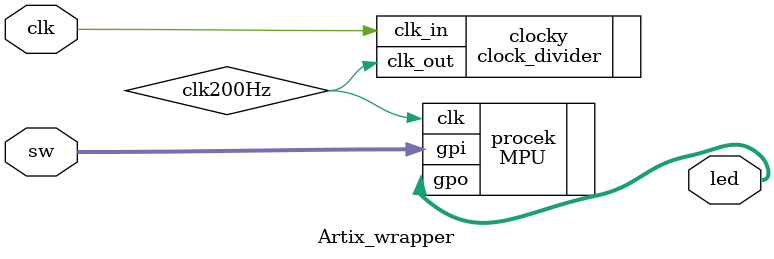
<source format=v>
`timescale 1ns / 1ps


module Artix_wrapper(
    input clk,
    input [7:0]sw,
    output [7:0]led
    );
    
    wire clk200Hz;
    
    clock_divider #
    (
        //.freq_div(10)
    )
    clocky
    (
        .clk_in(clk),
        .clk_out(clk200Hz)
    );
    
    
    MPU procek
    (
        .clk(clk200Hz),
        .gpo(led),
        .gpi(sw)
    );   
endmodule

</source>
